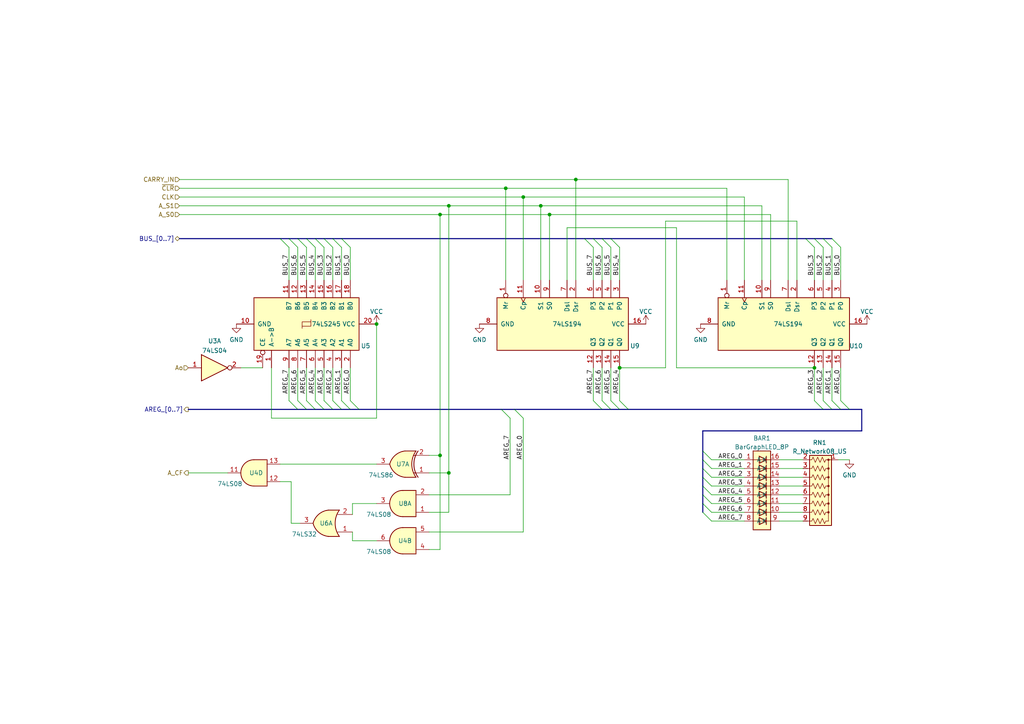
<source format=kicad_sch>
(kicad_sch (version 20211123) (generator eeschema)
  (paper "A4")
  (title_block (title "Advanced Arithmetic Logic Unit - Accumulator/Shifter"))
  (lib_symbols
    (symbol "74xx:74LS04"
      (property "Reference" "U" (at 0 1.27 0))
      (property "Value" "74LS04" (at 0 -1.27 0))
      (symbol "74LS04_1_0"
        (polyline (pts (xy -3.81 3.81) (xy -3.81 -3.81) (xy 3.81 0) (xy -3.81 3.81)) (stroke (width 0.254)) (fill (type background)))
        (pin input line (at -7.62 0 0) (length 3.81) (name "~") (number "1"))
        (pin output inverted (at 7.62 0 180) (length 3.81) (name "~") (number "2"))
      )
      (symbol "74LS04_2_0"
        (polyline (pts (xy -3.81 3.81) (xy -3.81 -3.81) (xy 3.81 0) (xy -3.81 3.81)) (stroke (width 0.254)) (fill (type background)))
        (pin input line (at -7.62 0 0) (length 3.81) (name "~") (number "3"))
        (pin output inverted (at 7.62 0 180) (length 3.81) (name "~") (number "4"))
      )
      (symbol "74LS04_3_0"
        (polyline (pts (xy -3.81 3.81) (xy -3.81 -3.81) (xy 3.81 0) (xy -3.81 3.81)) (stroke (width 0.254)) (fill (type background)))
        (pin input line (at -7.62 0 0) (length 3.81) (name "~") (number "5"))
        (pin output inverted (at 7.62 0 180) (length 3.81) (name "~") (number "6"))
      )
      (symbol "74LS04_4_0"
        (polyline (pts (xy -3.81 3.81) (xy -3.81 -3.81) (xy 3.81 0) (xy -3.81 3.81)) (stroke (width 0.254)) (fill (type background)))
        (pin output inverted (at 7.62 0 180) (length 3.81) (name "~") (number "8"))
        (pin input line (at -7.62 0 0) (length 3.81) (name "~") (number "9"))
      )
      (symbol "74LS04_5_0"
        (polyline (pts (xy -3.81 3.81) (xy -3.81 -3.81) (xy 3.81 0) (xy -3.81 3.81)) (stroke (width 0.254)) (fill (type background)))
        (pin output inverted (at 7.62 0 180) (length 3.81) (name "~") (number "10"))
        (pin input line (at -7.62 0 0) (length 3.81) (name "~") (number "11"))
      )
      (symbol "74LS04_6_0"
        (polyline (pts (xy -3.81 3.81) (xy -3.81 -3.81) (xy 3.81 0) (xy -3.81 3.81)) (stroke (width 0.254)) (fill (type background)))
        (pin output inverted (at 7.62 0 180) (length 3.81) (name "~") (number "12"))
        (pin input line (at -7.62 0 0) (length 3.81) (name "~") (number "13"))
      )
      (symbol "74LS04_7_0"
        (pin power_in line (at 0 12.7 270) (length 5.08) (name "VCC") (number "14"))
        (pin power_in line (at 0 -12.7 90) (length 5.08) (name "GND") (number "7"))
      )
      (symbol "74LS04_7_1"
        (rectangle (start -5.08 7.62) (end 5.08 -7.62) (stroke (width 0.254)) (fill (type background)))
      )
    )
    (symbol "74xx:74LS08" (pin_names (offset 1.016))
      (property "Reference" "U" (at 0 1.27 0))
      (property "Value" "74LS08" (at 0 -1.27 0))
      (symbol "74LS08_1_1"
        (arc (start 0 -3.81) (mid 3.81 0) (end 0 3.81) (stroke (width 0.254)) (fill (type background)))
        (polyline (pts (xy 0 3.81) (xy -3.81 3.81) (xy -3.81 -3.81) (xy 0 -3.81)) (stroke (width 0.254)) (fill (type background)))
        (pin input line (at -7.62 2.54 0) (length 3.81) (name "~") (number "1"))
        (pin input line (at -7.62 -2.54 0) (length 3.81) (name "~") (number "2"))
        (pin output line (at 7.62 0 180) (length 3.81) (name "~") (number "3"))
      )
      (symbol "74LS08_1_2"
        (arc (start -3.81 -3.81) (mid -2.589 0) (end -3.81 3.81) (stroke (width 0.254)))
        (arc (start -0.6096 -3.81) (mid 2.1855 -2.584) (end 3.81 0) (stroke (width 0.254)) (fill (type background)))
        (polyline (pts (xy -3.81 -3.81) (xy -0.635 -3.81)) (stroke (width 0.254)) (fill (type background)))
        (polyline (pts (xy -3.81 3.81) (xy -0.635 3.81)) (stroke (width 0.254)) (fill (type background)))
        (polyline (pts (xy -0.635 3.81) (xy -3.81 3.81) (xy -3.81 3.81) (xy -3.556 3.4036) (xy -3.0226 2.2606) (xy -2.6924 1.0414) (xy -2.6162 -0.254) (xy -2.7686 -1.4986) (xy -3.175 -2.7178) (xy -3.81 -3.81) (xy -3.81 -3.81) (xy -0.635 -3.81)) (stroke (width -25.4)) (fill (type background)))
        (arc (start 3.81 0) (mid 2.1928 2.5925) (end -0.6096 3.81) (stroke (width 0.254)) (fill (type background)))
        (pin input inverted (at -7.62 2.54 0) (length 4.318) (name "~") (number "1"))
        (pin input inverted (at -7.62 -2.54 0) (length 4.318) (name "~") (number "2"))
        (pin output inverted (at 7.62 0 180) (length 3.81) (name "~") (number "3"))
      )
      (symbol "74LS08_2_1"
        (arc (start 0 -3.81) (mid 3.81 0) (end 0 3.81) (stroke (width 0.254)) (fill (type background)))
        (polyline (pts (xy 0 3.81) (xy -3.81 3.81) (xy -3.81 -3.81) (xy 0 -3.81)) (stroke (width 0.254)) (fill (type background)))
        (pin input line (at -7.62 2.54 0) (length 3.81) (name "~") (number "4"))
        (pin input line (at -7.62 -2.54 0) (length 3.81) (name "~") (number "5"))
        (pin output line (at 7.62 0 180) (length 3.81) (name "~") (number "6"))
      )
      (symbol "74LS08_2_2"
        (arc (start -3.81 -3.81) (mid -2.589 0) (end -3.81 3.81) (stroke (width 0.254)))
        (arc (start -0.6096 -3.81) (mid 2.1855 -2.584) (end 3.81 0) (stroke (width 0.254)) (fill (type background)))
        (polyline (pts (xy -3.81 -3.81) (xy -0.635 -3.81)) (stroke (width 0.254)) (fill (type background)))
        (polyline (pts (xy -3.81 3.81) (xy -0.635 3.81)) (stroke (width 0.254)) (fill (type background)))
        (polyline (pts (xy -0.635 3.81) (xy -3.81 3.81) (xy -3.81 3.81) (xy -3.556 3.4036) (xy -3.0226 2.2606) (xy -2.6924 1.0414) (xy -2.6162 -0.254) (xy -2.7686 -1.4986) (xy -3.175 -2.7178) (xy -3.81 -3.81) (xy -3.81 -3.81) (xy -0.635 -3.81)) (stroke (width -25.4)) (fill (type background)))
        (arc (start 3.81 0) (mid 2.1928 2.5925) (end -0.6096 3.81) (stroke (width 0.254)) (fill (type background)))
        (pin input inverted (at -7.62 2.54 0) (length 4.318) (name "~") (number "4"))
        (pin input inverted (at -7.62 -2.54 0) (length 4.318) (name "~") (number "5"))
        (pin output inverted (at 7.62 0 180) (length 3.81) (name "~") (number "6"))
      )
      (symbol "74LS08_3_1"
        (arc (start 0 -3.81) (mid 3.81 0) (end 0 3.81) (stroke (width 0.254)) (fill (type background)))
        (polyline (pts (xy 0 3.81) (xy -3.81 3.81) (xy -3.81 -3.81) (xy 0 -3.81)) (stroke (width 0.254)) (fill (type background)))
        (pin input line (at -7.62 -2.54 0) (length 3.81) (name "~") (number "10"))
        (pin output line (at 7.62 0 180) (length 3.81) (name "~") (number "8"))
        (pin input line (at -7.62 2.54 0) (length 3.81) (name "~") (number "9"))
      )
      (symbol "74LS08_3_2"
        (arc (start -3.81 -3.81) (mid -2.589 0) (end -3.81 3.81) (stroke (width 0.254)))
        (arc (start -0.6096 -3.81) (mid 2.1855 -2.584) (end 3.81 0) (stroke (width 0.254)) (fill (type background)))
        (polyline (pts (xy -3.81 -3.81) (xy -0.635 -3.81)) (stroke (width 0.254)) (fill (type background)))
        (polyline (pts (xy -3.81 3.81) (xy -0.635 3.81)) (stroke (width 0.254)) (fill (type background)))
        (polyline (pts (xy -0.635 3.81) (xy -3.81 3.81) (xy -3.81 3.81) (xy -3.556 3.4036) (xy -3.0226 2.2606) (xy -2.6924 1.0414) (xy -2.6162 -0.254) (xy -2.7686 -1.4986) (xy -3.175 -2.7178) (xy -3.81 -3.81) (xy -3.81 -3.81) (xy -0.635 -3.81)) (stroke (width -25.4)) (fill (type background)))
        (arc (start 3.81 0) (mid 2.1928 2.5925) (end -0.6096 3.81) (stroke (width 0.254)) (fill (type background)))
        (pin input inverted (at -7.62 -2.54 0) (length 4.318) (name "~") (number "10"))
        (pin output inverted (at 7.62 0 180) (length 3.81) (name "~") (number "8"))
        (pin input inverted (at -7.62 2.54 0) (length 4.318) (name "~") (number "9"))
      )
      (symbol "74LS08_4_1"
        (arc (start 0 -3.81) (mid 3.81 0) (end 0 3.81) (stroke (width 0.254)) (fill (type background)))
        (polyline (pts (xy 0 3.81) (xy -3.81 3.81) (xy -3.81 -3.81) (xy 0 -3.81)) (stroke (width 0.254)) (fill (type background)))
        (pin output line (at 7.62 0 180) (length 3.81) (name "~") (number "11"))
        (pin input line (at -7.62 2.54 0) (length 3.81) (name "~") (number "12"))
        (pin input line (at -7.62 -2.54 0) (length 3.81) (name "~") (number "13"))
      )
      (symbol "74LS08_4_2"
        (arc (start -3.81 -3.81) (mid -2.589 0) (end -3.81 3.81) (stroke (width 0.254)))
        (arc (start -0.6096 -3.81) (mid 2.1855 -2.584) (end 3.81 0) (stroke (width 0.254)) (fill (type background)))
        (polyline (pts (xy -3.81 -3.81) (xy -0.635 -3.81)) (stroke (width 0.254)) (fill (type background)))
        (polyline (pts (xy -3.81 3.81) (xy -0.635 3.81)) (stroke (width 0.254)) (fill (type background)))
        (polyline (pts (xy -0.635 3.81) (xy -3.81 3.81) (xy -3.81 3.81) (xy -3.556 3.4036) (xy -3.0226 2.2606) (xy -2.6924 1.0414) (xy -2.6162 -0.254) (xy -2.7686 -1.4986) (xy -3.175 -2.7178) (xy -3.81 -3.81) (xy -3.81 -3.81) (xy -0.635 -3.81)) (stroke (width -25.4)) (fill (type background)))
        (arc (start 3.81 0) (mid 2.1928 2.5925) (end -0.6096 3.81) (stroke (width 0.254)) (fill (type background)))
        (pin output inverted (at 7.62 0 180) (length 3.81) (name "~") (number "11"))
        (pin input inverted (at -7.62 2.54 0) (length 4.318) (name "~") (number "12"))
        (pin input inverted (at -7.62 -2.54 0) (length 4.318) (name "~") (number "13"))
      )
      (symbol "74LS08_5_0"
        (pin power_in line (at 0 12.7 270) (length 5.08) (name "VCC") (number "14"))
        (pin power_in line (at 0 -12.7 90) (length 5.08) (name "GND") (number "7"))
      )
      (symbol "74LS08_5_1"
        (rectangle (start -5.08 7.62) (end 5.08 -7.62) (stroke (width 0.254)) (fill (type background)))
      )
    )
    (symbol "74xx:74LS194" (pin_names (offset 1.016))
      (property "Reference" "U" (at -7.62 19.05 0))
      (property "Value" "74LS194" (at -7.62 -21.59 0))
      (symbol "74LS194_1_0"
        (pin input inverted (at -12.7 -17.78 0) (length 5.08) (name "Mr") (number "1"))
        (pin input line (at -12.7 -7.62 0) (length 5.08) (name "S1") (number "10"))
        (pin input clock (at -12.7 -12.7 0) (length 5.08) (name "Cp") (number "11"))
        (pin output line (at 12.7 7.62 180) (length 5.08) (name "Q3") (number "12"))
        (pin output line (at 12.7 10.16 180) (length 5.08) (name "Q2") (number "13"))
        (pin output line (at 12.7 12.7 180) (length 5.08) (name "Q1") (number "14"))
        (pin output line (at 12.7 15.24 180) (length 5.08) (name "Q0") (number "15"))
        (pin power_in line (at 0 22.86 270) (length 5.08) (name "VCC") (number "16"))
        (pin input line (at -12.7 2.54 0) (length 5.08) (name "Dsr") (number "2"))
        (pin input line (at -12.7 15.24 0) (length 5.08) (name "P0") (number "3"))
        (pin input line (at -12.7 12.7 0) (length 5.08) (name "P1") (number "4"))
        (pin input line (at -12.7 10.16 0) (length 5.08) (name "P2") (number "5"))
        (pin input line (at -12.7 7.62 0) (length 5.08) (name "P3") (number "6"))
        (pin input line (at -12.7 0 0) (length 5.08) (name "Dsl") (number "7"))
        (pin power_in line (at 0 -25.4 90) (length 5.08) (name "GND") (number "8"))
        (pin input line (at -12.7 -5.08 0) (length 5.08) (name "S0") (number "9"))
      )
      (symbol "74LS194_1_1"
        (rectangle (start -7.62 17.78) (end 7.62 -20.32) (stroke (width 0.254)) (fill (type background)))
      )
    )
    (symbol "74xx:74LS245" (pin_names (offset 1.016))
      (property "Reference" "U" (at -7.62 16.51 0))
      (property "Value" "74LS245" (at -7.62 -16.51 0))
      (symbol "74LS245_1_0"
        (polyline (pts (xy -0.635 -1.27) (xy -0.635 1.27) (xy 0.635 1.27)))
        (polyline (pts (xy -1.27 -1.27) (xy 0.635 -1.27) (xy 0.635 1.27) (xy 1.27 1.27)))
        (pin input line (at -12.7 -10.16 0) (length 5.08) (name "A->B") (number "1"))
        (pin power_in line (at 0 -20.32 90) (length 5.08) (name "GND") (number "10"))
        (pin tri_state line (at 12.7 -5.08 180) (length 5.08) (name "B7") (number "11"))
        (pin tri_state line (at 12.7 -2.54 180) (length 5.08) (name "B6") (number "12"))
        (pin tri_state line (at 12.7 0 180) (length 5.08) (name "B5") (number "13"))
        (pin tri_state line (at 12.7 2.54 180) (length 5.08) (name "B4") (number "14"))
        (pin tri_state line (at 12.7 5.08 180) (length 5.08) (name "B3") (number "15"))
        (pin tri_state line (at 12.7 7.62 180) (length 5.08) (name "B2") (number "16"))
        (pin tri_state line (at 12.7 10.16 180) (length 5.08) (name "B1") (number "17"))
        (pin tri_state line (at 12.7 12.7 180) (length 5.08) (name "B0") (number "18"))
        (pin input inverted (at -12.7 -12.7 0) (length 5.08) (name "CE") (number "19"))
        (pin tri_state line (at -12.7 12.7 0) (length 5.08) (name "A0") (number "2"))
        (pin power_in line (at 0 20.32 270) (length 5.08) (name "VCC") (number "20"))
        (pin tri_state line (at -12.7 10.16 0) (length 5.08) (name "A1") (number "3"))
        (pin tri_state line (at -12.7 7.62 0) (length 5.08) (name "A2") (number "4"))
        (pin tri_state line (at -12.7 5.08 0) (length 5.08) (name "A3") (number "5"))
        (pin tri_state line (at -12.7 2.54 0) (length 5.08) (name "A4") (number "6"))
        (pin tri_state line (at -12.7 0 0) (length 5.08) (name "A5") (number "7"))
        (pin tri_state line (at -12.7 -2.54 0) (length 5.08) (name "A6") (number "8"))
        (pin tri_state line (at -12.7 -5.08 0) (length 5.08) (name "A7") (number "9"))
      )
      (symbol "74LS245_1_1"
        (rectangle (start -7.62 15.24) (end 7.62 -15.24) (stroke (width 0.254)) (fill (type background)))
      )
    )
    (symbol "74xx:74LS32" (pin_names (offset 1.016))
      (property "Reference" "U" (at 0 1.27 0))
      (property "Value" "74LS32" (at 0 -1.27 0))
      (symbol "74LS32_1_1"
        (arc (start -3.81 -3.81) (mid -2.589 0) (end -3.81 3.81) (stroke (width 0.254)))
        (arc (start -0.6096 -3.81) (mid 2.1855 -2.584) (end 3.81 0) (stroke (width 0.254)) (fill (type background)))
        (polyline (pts (xy -3.81 -3.81) (xy -0.635 -3.81)) (stroke (width 0.254)) (fill (type background)))
        (polyline (pts (xy -3.81 3.81) (xy -0.635 3.81)) (stroke (width 0.254)) (fill (type background)))
        (polyline (pts (xy -0.635 3.81) (xy -3.81 3.81) (xy -3.81 3.81) (xy -3.556 3.4036) (xy -3.0226 2.2606) (xy -2.6924 1.0414) (xy -2.6162 -0.254) (xy -2.7686 -1.4986) (xy -3.175 -2.7178) (xy -3.81 -3.81) (xy -3.81 -3.81) (xy -0.635 -3.81)) (stroke (width -25.4)) (fill (type background)))
        (arc (start 3.81 0) (mid 2.1928 2.5925) (end -0.6096 3.81) (stroke (width 0.254)) (fill (type background)))
        (pin input line (at -7.62 2.54 0) (length 4.318) (name "~") (number "1"))
        (pin input line (at -7.62 -2.54 0) (length 4.318) (name "~") (number "2"))
        (pin output line (at 7.62 0 180) (length 3.81) (name "~") (number "3"))
      )
      (symbol "74LS32_1_2"
        (arc (start 0 -3.81) (mid 3.81 0) (end 0 3.81) (stroke (width 0.254)) (fill (type background)))
        (polyline (pts (xy 0 3.81) (xy -3.81 3.81) (xy -3.81 -3.81) (xy 0 -3.81)) (stroke (width 0.254)) (fill (type background)))
        (pin input inverted (at -7.62 2.54 0) (length 3.81) (name "~") (number "1"))
        (pin input inverted (at -7.62 -2.54 0) (length 3.81) (name "~") (number "2"))
        (pin output inverted (at 7.62 0 180) (length 3.81) (name "~") (number "3"))
      )
      (symbol "74LS32_2_1"
        (arc (start -3.81 -3.81) (mid -2.589 0) (end -3.81 3.81) (stroke (width 0.254)))
        (arc (start -0.6096 -3.81) (mid 2.1855 -2.584) (end 3.81 0) (stroke (width 0.254)) (fill (type background)))
        (polyline (pts (xy -3.81 -3.81) (xy -0.635 -3.81)) (stroke (width 0.254)) (fill (type background)))
        (polyline (pts (xy -3.81 3.81) (xy -0.635 3.81)) (stroke (width 0.254)) (fill (type background)))
        (polyline (pts (xy -0.635 3.81) (xy -3.81 3.81) (xy -3.81 3.81) (xy -3.556 3.4036) (xy -3.0226 2.2606) (xy -2.6924 1.0414) (xy -2.6162 -0.254) (xy -2.7686 -1.4986) (xy -3.175 -2.7178) (xy -3.81 -3.81) (xy -3.81 -3.81) (xy -0.635 -3.81)) (stroke (width -25.4)) (fill (type background)))
        (arc (start 3.81 0) (mid 2.1928 2.5925) (end -0.6096 3.81) (stroke (width 0.254)) (fill (type background)))
        (pin input line (at -7.62 2.54 0) (length 4.318) (name "~") (number "4"))
        (pin input line (at -7.62 -2.54 0) (length 4.318) (name "~") (number "5"))
        (pin output line (at 7.62 0 180) (length 3.81) (name "~") (number "6"))
      )
      (symbol "74LS32_2_2"
        (arc (start 0 -3.81) (mid 3.81 0) (end 0 3.81) (stroke (width 0.254)) (fill (type background)))
        (polyline (pts (xy 0 3.81) (xy -3.81 3.81) (xy -3.81 -3.81) (xy 0 -3.81)) (stroke (width 0.254)) (fill (type background)))
        (pin input inverted (at -7.62 2.54 0) (length 3.81) (name "~") (number "4"))
        (pin input inverted (at -7.62 -2.54 0) (length 3.81) (name "~") (number "5"))
        (pin output inverted (at 7.62 0 180) (length 3.81) (name "~") (number "6"))
      )
      (symbol "74LS32_3_1"
        (arc (start -3.81 -3.81) (mid -2.589 0) (end -3.81 3.81) (stroke (width 0.254)))
        (arc (start -0.6096 -3.81) (mid 2.1855 -2.584) (end 3.81 0) (stroke (width 0.254)) (fill (type background)))
        (polyline (pts (xy -3.81 -3.81) (xy -0.635 -3.81)) (stroke (width 0.254)) (fill (type background)))
        (polyline (pts (xy -3.81 3.81) (xy -0.635 3.81)) (stroke (width 0.254)) (fill (type background)))
        (polyline (pts (xy -0.635 3.81) (xy -3.81 3.81) (xy -3.81 3.81) (xy -3.556 3.4036) (xy -3.0226 2.2606) (xy -2.6924 1.0414) (xy -2.6162 -0.254) (xy -2.7686 -1.4986) (xy -3.175 -2.7178) (xy -3.81 -3.81) (xy -3.81 -3.81) (xy -0.635 -3.81)) (stroke (width -25.4)) (fill (type background)))
        (arc (start 3.81 0) (mid 2.1928 2.5925) (end -0.6096 3.81) (stroke (width 0.254)) (fill (type background)))
        (pin input line (at -7.62 -2.54 0) (length 4.318) (name "~") (number "10"))
        (pin output line (at 7.62 0 180) (length 3.81) (name "~") (number "8"))
        (pin input line (at -7.62 2.54 0) (length 4.318) (name "~") (number "9"))
      )
      (symbol "74LS32_3_2"
        (arc (start 0 -3.81) (mid 3.81 0) (end 0 3.81) (stroke (width 0.254)) (fill (type background)))
        (polyline (pts (xy 0 3.81) (xy -3.81 3.81) (xy -3.81 -3.81) (xy 0 -3.81)) (stroke (width 0.254)) (fill (type background)))
        (pin input inverted (at -7.62 -2.54 0) (length 3.81) (name "~") (number "10"))
        (pin output inverted (at 7.62 0 180) (length 3.81) (name "~") (number "8"))
        (pin input inverted (at -7.62 2.54 0) (length 3.81) (name "~") (number "9"))
      )
      (symbol "74LS32_4_1"
        (arc (start -3.81 -3.81) (mid -2.589 0) (end -3.81 3.81) (stroke (width 0.254)))
        (arc (start -0.6096 -3.81) (mid 2.1855 -2.584) (end 3.81 0) (stroke (width 0.254)) (fill (type background)))
        (polyline (pts (xy -3.81 -3.81) (xy -0.635 -3.81)) (stroke (width 0.254)) (fill (type background)))
        (polyline (pts (xy -3.81 3.81) (xy -0.635 3.81)) (stroke (width 0.254)) (fill (type background)))
        (polyline (pts (xy -0.635 3.81) (xy -3.81 3.81) (xy -3.81 3.81) (xy -3.556 3.4036) (xy -3.0226 2.2606) (xy -2.6924 1.0414) (xy -2.6162 -0.254) (xy -2.7686 -1.4986) (xy -3.175 -2.7178) (xy -3.81 -3.81) (xy -3.81 -3.81) (xy -0.635 -3.81)) (stroke (width -25.4)) (fill (type background)))
        (arc (start 3.81 0) (mid 2.1928 2.5925) (end -0.6096 3.81) (stroke (width 0.254)) (fill (type background)))
        (pin output line (at 7.62 0 180) (length 3.81) (name "~") (number "11"))
        (pin input line (at -7.62 2.54 0) (length 4.318) (name "~") (number "12"))
        (pin input line (at -7.62 -2.54 0) (length 4.318) (name "~") (number "13"))
      )
      (symbol "74LS32_4_2"
        (arc (start 0 -3.81) (mid 3.81 0) (end 0 3.81) (stroke (width 0.254)) (fill (type background)))
        (polyline (pts (xy 0 3.81) (xy -3.81 3.81) (xy -3.81 -3.81) (xy 0 -3.81)) (stroke (width 0.254)) (fill (type background)))
        (pin output inverted (at 7.62 0 180) (length 3.81) (name "~") (number "11"))
        (pin input inverted (at -7.62 2.54 0) (length 3.81) (name "~") (number "12"))
        (pin input inverted (at -7.62 -2.54 0) (length 3.81) (name "~") (number "13"))
      )
      (symbol "74LS32_5_0"
        (pin power_in line (at 0 12.7 270) (length 5.08) (name "VCC") (number "14"))
        (pin power_in line (at 0 -12.7 90) (length 5.08) (name "GND") (number "7"))
      )
      (symbol "74LS32_5_1"
        (rectangle (start -5.08 7.62) (end 5.08 -7.62) (stroke (width 0.254)) (fill (type background)))
      )
    )
    (symbol "74xx:74LS86" (pin_names (offset 1.016))
      (property "Reference" "U" (at 0 1.27 0))
      (property "Value" "74LS86" (at 0 -1.27 0))
      (symbol "74LS86_1_0"
        (arc (start -4.4196 -3.81) (mid -3.2033 0) (end -4.4196 3.81) (stroke (width 0.254)))
        (arc (start -3.81 -3.81) (mid -2.589 0) (end -3.81 3.81) (stroke (width 0.254)))
        (arc (start -0.6096 -3.81) (mid 2.1855 -2.584) (end 3.81 0) (stroke (width 0.254)) (fill (type background)))
        (polyline (pts (xy -3.81 -3.81) (xy -0.635 -3.81)) (stroke (width 0.254)) (fill (type background)))
        (polyline (pts (xy -3.81 3.81) (xy -0.635 3.81)) (stroke (width 0.254)) (fill (type background)))
        (polyline (pts (xy -0.635 3.81) (xy -3.81 3.81) (xy -3.81 3.81) (xy -3.556 3.4036) (xy -3.0226 2.2606) (xy -2.6924 1.0414) (xy -2.6162 -0.254) (xy -2.7686 -1.4986) (xy -3.175 -2.7178) (xy -3.81 -3.81) (xy -3.81 -3.81) (xy -0.635 -3.81)) (stroke (width -25.4)) (fill (type background)))
        (arc (start 3.81 0) (mid 2.1928 2.5925) (end -0.6096 3.81) (stroke (width 0.254)) (fill (type background)))
        (pin input line (at -7.62 2.54 0) (length 4.445) (name "~") (number "1"))
        (pin input line (at -7.62 -2.54 0) (length 4.445) (name "~") (number "2"))
        (pin output line (at 7.62 0 180) (length 3.81) (name "~") (number "3"))
      )
      (symbol "74LS86_1_1"
        (polyline (pts (xy -3.81 -2.54) (xy -3.175 -2.54)) (stroke (width 0.1524)))
        (polyline (pts (xy -3.81 2.54) (xy -3.175 2.54)) (stroke (width 0.1524)))
      )
      (symbol "74LS86_2_0"
        (arc (start -4.4196 -3.81) (mid -3.2033 0) (end -4.4196 3.81) (stroke (width 0.254)))
        (arc (start -3.81 -3.81) (mid -2.589 0) (end -3.81 3.81) (stroke (width 0.254)))
        (arc (start -0.6096 -3.81) (mid 2.1855 -2.584) (end 3.81 0) (stroke (width 0.254)) (fill (type background)))
        (polyline (pts (xy -3.81 -3.81) (xy -0.635 -3.81)) (stroke (width 0.254)) (fill (type background)))
        (polyline (pts (xy -3.81 3.81) (xy -0.635 3.81)) (stroke (width 0.254)) (fill (type background)))
        (polyline (pts (xy -0.635 3.81) (xy -3.81 3.81) (xy -3.81 3.81) (xy -3.556 3.4036) (xy -3.0226 2.2606) (xy -2.6924 1.0414) (xy -2.6162 -0.254) (xy -2.7686 -1.4986) (xy -3.175 -2.7178) (xy -3.81 -3.81) (xy -3.81 -3.81) (xy -0.635 -3.81)) (stroke (width -25.4)) (fill (type background)))
        (arc (start 3.81 0) (mid 2.1928 2.5925) (end -0.6096 3.81) (stroke (width 0.254)) (fill (type background)))
        (pin input line (at -7.62 2.54 0) (length 4.445) (name "~") (number "4"))
        (pin input line (at -7.62 -2.54 0) (length 4.445) (name "~") (number "5"))
        (pin output line (at 7.62 0 180) (length 3.81) (name "~") (number "6"))
      )
      (symbol "74LS86_2_1"
        (polyline (pts (xy -3.81 -2.54) (xy -3.175 -2.54)) (stroke (width 0.1524)))
        (polyline (pts (xy -3.81 2.54) (xy -3.175 2.54)) (stroke (width 0.1524)))
      )
      (symbol "74LS86_3_0"
        (arc (start -4.4196 -3.81) (mid -3.2033 0) (end -4.4196 3.81) (stroke (width 0.254)))
        (arc (start -3.81 -3.81) (mid -2.589 0) (end -3.81 3.81) (stroke (width 0.254)))
        (arc (start -0.6096 -3.81) (mid 2.1855 -2.584) (end 3.81 0) (stroke (width 0.254)) (fill (type background)))
        (polyline (pts (xy -3.81 -3.81) (xy -0.635 -3.81)) (stroke (width 0.254)) (fill (type background)))
        (polyline (pts (xy -3.81 3.81) (xy -0.635 3.81)) (stroke (width 0.254)) (fill (type background)))
        (polyline (pts (xy -0.635 3.81) (xy -3.81 3.81) (xy -3.81 3.81) (xy -3.556 3.4036) (xy -3.0226 2.2606) (xy -2.6924 1.0414) (xy -2.6162 -0.254) (xy -2.7686 -1.4986) (xy -3.175 -2.7178) (xy -3.81 -3.81) (xy -3.81 -3.81) (xy -0.635 -3.81)) (stroke (width -25.4)) (fill (type background)))
        (arc (start 3.81 0) (mid 2.1928 2.5925) (end -0.6096 3.81) (stroke (width 0.254)) (fill (type background)))
        (pin input line (at -7.62 -2.54 0) (length 4.445) (name "~") (number "10"))
        (pin output line (at 7.62 0 180) (length 3.81) (name "~") (number "8"))
        (pin input line (at -7.62 2.54 0) (length 4.445) (name "~") (number "9"))
      )
      (symbol "74LS86_3_1"
        (polyline (pts (xy -3.81 -2.54) (xy -3.175 -2.54)) (stroke (width 0.1524)))
        (polyline (pts (xy -3.81 2.54) (xy -3.175 2.54)) (stroke (width 0.1524)))
      )
      (symbol "74LS86_4_0"
        (arc (start -4.4196 -3.81) (mid -3.2033 0) (end -4.4196 3.81) (stroke (width 0.254)))
        (arc (start -3.81 -3.81) (mid -2.589 0) (end -3.81 3.81) (stroke (width 0.254)))
        (arc (start -0.6096 -3.81) (mid 2.1855 -2.584) (end 3.81 0) (stroke (width 0.254)) (fill (type background)))
        (polyline (pts (xy -3.81 -3.81) (xy -0.635 -3.81)) (stroke (width 0.254)) (fill (type background)))
        (polyline (pts (xy -3.81 3.81) (xy -0.635 3.81)) (stroke (width 0.254)) (fill (type background)))
        (polyline (pts (xy -0.635 3.81) (xy -3.81 3.81) (xy -3.81 3.81) (xy -3.556 3.4036) (xy -3.0226 2.2606) (xy -2.6924 1.0414) (xy -2.6162 -0.254) (xy -2.7686 -1.4986) (xy -3.175 -2.7178) (xy -3.81 -3.81) (xy -3.81 -3.81) (xy -0.635 -3.81)) (stroke (width -25.4)) (fill (type background)))
        (arc (start 3.81 0) (mid 2.1928 2.5925) (end -0.6096 3.81) (stroke (width 0.254)) (fill (type background)))
        (pin output line (at 7.62 0 180) (length 3.81) (name "~") (number "11"))
        (pin input line (at -7.62 2.54 0) (length 4.445) (name "~") (number "12"))
        (pin input line (at -7.62 -2.54 0) (length 4.445) (name "~") (number "13"))
      )
      (symbol "74LS86_4_1"
        (polyline (pts (xy -3.81 -2.54) (xy -3.175 -2.54)) (stroke (width 0.1524)))
        (polyline (pts (xy -3.81 2.54) (xy -3.175 2.54)) (stroke (width 0.1524)))
      )
      (symbol "74LS86_5_0"
        (pin power_in line (at 0 12.7 270) (length 5.08) (name "VCC") (number "14"))
        (pin power_in line (at 0 -12.7 90) (length 5.08) (name "GND") (number "7"))
      )
      (symbol "74LS86_5_1"
        (rectangle (start -5.08 7.62) (end 5.08 -7.62) (stroke (width 0.254)) (fill (type background)))
      )
    )
    (symbol "Device:R_Network08_US" (pin_names (offset 0) hide)
      (property "Reference" "RN" (at -12.7 0 90))
      (property "Value" "R_Network08_US" (at 10.16 0 90))
      (symbol "R_Network08_US_0_1"
        (rectangle (start -11.43 -3.175) (end 8.89 3.175) (stroke (width 0.254)) (fill (type background)))
        (circle (center -10.16 2.286) (radius 0.254) (fill (type outline)))
        (circle (center -7.62 2.286) (radius 0.254) (fill (type outline)))
        (circle (center -5.08 2.286) (radius 0.254) (fill (type outline)))
        (circle (center -2.54 2.286) (radius 0.254) (fill (type outline)))
        (polyline (pts (xy -10.16 2.286) (xy 7.62 2.286)))
        (polyline (pts (xy -10.16 2.286) (xy -10.16 1.524) (xy -9.398 1.1684) (xy -10.922 0.508) (xy -9.398 -0.1524) (xy -10.922 -0.8382) (xy -9.398 -1.524) (xy -10.922 -2.1844) (xy -10.16 -2.54) (xy -10.16 -3.81)))
        (polyline (pts (xy -7.62 2.286) (xy -7.62 1.524) (xy -6.858 1.1684) (xy -8.382 0.508) (xy -6.858 -0.1524) (xy -8.382 -0.8382) (xy -6.858 -1.524) (xy -8.382 -2.1844) (xy -7.62 -2.54) (xy -7.62 -3.81)))
        (polyline (pts (xy -5.08 2.286) (xy -5.08 1.524) (xy -4.318 1.1684) (xy -5.842 0.508) (xy -4.318 -0.1524) (xy -5.842 -0.8382) (xy -4.318 -1.524) (xy -5.842 -2.1844) (xy -5.08 -2.54) (xy -5.08 -3.81)))
        (polyline (pts (xy -2.54 2.286) (xy -2.54 1.524) (xy -1.778 1.1684) (xy -3.302 0.508) (xy -1.778 -0.1524) (xy -3.302 -0.8382) (xy -1.778 -1.524) (xy -3.302 -2.1844) (xy -2.54 -2.54) (xy -2.54 -3.81)))
        (polyline (pts (xy 0 2.286) (xy 0 1.524) (xy 0.762 1.1684) (xy -0.762 0.508) (xy 0.762 -0.1524) (xy -0.762 -0.8382) (xy 0.762 -1.524) (xy -0.762 -2.1844) (xy 0 -2.54) (xy 0 -3.81)))
        (polyline (pts (xy 2.54 2.286) (xy 2.54 1.524) (xy 3.302 1.1684) (xy 1.778 0.508) (xy 3.302 -0.1524) (xy 1.778 -0.8382) (xy 3.302 -1.524) (xy 1.778 -2.1844) (xy 2.54 -2.54) (xy 2.54 -3.81)))
        (polyline (pts (xy 5.08 2.286) (xy 5.08 1.524) (xy 5.842 1.1684) (xy 4.318 0.508) (xy 5.842 -0.1524) (xy 4.318 -0.8382) (xy 5.842 -1.524) (xy 4.318 -2.1844) (xy 5.08 -2.54) (xy 5.08 -3.81)))
        (polyline (pts (xy 7.62 2.286) (xy 7.62 1.524) (xy 8.382 1.1684) (xy 6.858 0.508) (xy 8.382 -0.1524) (xy 6.858 -0.8382) (xy 8.382 -1.524) (xy 6.858 -2.1844) (xy 7.62 -2.54) (xy 7.62 -3.81)))
        (circle (center 0 2.286) (radius 0.254) (fill (type outline)))
        (circle (center 2.54 2.286) (radius 0.254) (fill (type outline)))
        (circle (center 5.08 2.286) (radius 0.254) (fill (type outline)))
      )
      (symbol "R_Network08_US_1_1"
        (pin passive line (at -10.16 5.08 270) (length 2.54) (name "common") (number "1"))
        (pin passive line (at -10.16 -5.08 90) (length 1.27) (name "R1") (number "2"))
        (pin passive line (at -7.62 -5.08 90) (length 1.27) (name "R2") (number "3"))
        (pin passive line (at -5.08 -5.08 90) (length 1.27) (name "R3") (number "4"))
        (pin passive line (at -2.54 -5.08 90) (length 1.27) (name "R4") (number "5"))
        (pin passive line (at 0 -5.08 90) (length 1.27) (name "R5") (number "6"))
        (pin passive line (at 2.54 -5.08 90) (length 1.27) (name "R6") (number "7"))
        (pin passive line (at 5.08 -5.08 90) (length 1.27) (name "R7") (number "8"))
        (pin passive line (at 7.62 -5.08 90) (length 1.27) (name "R8") (number "9"))
      )
    )
    (symbol "common-symbols:BarGraphLED_8P" (pin_names (offset 1.016))
      (property "Reference" "BAR" (at 0 13.97 0))
      (property "Value" "BarGraphLED_8P" (at 0 -12.065 0))
      (symbol "BarGraphLED_8P_1_1"
        (rectangle (start -2.54 12.7) (end 2.54 -10.16) (stroke (width 0.254)) (fill (type background)))
        (polyline (pts (xy -2.54 -7.62) (xy 2.54 -7.62)))
        (polyline (pts (xy -2.54 -5.08) (xy 2.54 -5.08)))
        (polyline (pts (xy -2.54 0) (xy 2.54 0)))
        (polyline (pts (xy -2.54 5.08) (xy 2.54 5.08)))
        (polyline (pts (xy -2.54 7.62) (xy 2.54 7.62)))
        (polyline (pts (xy -2.54 10.16) (xy 2.54 10.16)))
        (polyline (pts (xy 1.27 -6.604) (xy 1.27 -8.636)) (stroke (width 0.254)))
        (polyline (pts (xy 1.27 -4.064) (xy 1.27 -6.096)) (stroke (width 0.254)))
        (polyline (pts (xy 1.27 -1.524) (xy 1.27 -3.556)) (stroke (width 0.254)))
        (polyline (pts (xy 1.27 1.016) (xy 1.27 -1.016)) (stroke (width 0.254)))
        (polyline (pts (xy 1.27 3.556) (xy 1.27 1.524)) (stroke (width 0.254)))
        (polyline (pts (xy 1.27 6.096) (xy 1.27 4.064)) (stroke (width 0.254)))
        (polyline (pts (xy 1.27 8.636) (xy 1.27 6.604)) (stroke (width 0.254)))
        (polyline (pts (xy 1.27 11.176) (xy 1.27 9.144)) (stroke (width 0.254)))
        (polyline (pts (xy 2.54 -2.54) (xy -2.54 -2.54)))
        (polyline (pts (xy 2.54 2.54) (xy -2.54 2.54)))
        (polyline (pts (xy -0.762 -6.604) (xy -0.762 -8.636) (xy 1.27 -7.62) (xy -0.762 -6.604)) (stroke (width 0.254)))
        (polyline (pts (xy -0.762 -4.064) (xy -0.762 -6.096) (xy 1.27 -5.08) (xy -0.762 -4.064)) (stroke (width 0.254)))
        (polyline (pts (xy -0.762 -1.524) (xy -0.762 -3.556) (xy 1.27 -2.54) (xy -0.762 -1.524)) (stroke (width 0.254)))
        (polyline (pts (xy -0.762 1.016) (xy -0.762 -1.016) (xy 1.27 0) (xy -0.762 1.016)) (stroke (width 0.254)))
        (polyline (pts (xy -0.762 3.556) (xy -0.762 1.524) (xy 1.27 2.54) (xy -0.762 3.556)) (stroke (width 0.254)))
        (polyline (pts (xy -0.762 6.096) (xy -0.762 4.064) (xy 1.27 5.08) (xy -0.762 6.096)) (stroke (width 0.254)))
        (polyline (pts (xy -0.762 8.636) (xy -0.762 6.604) (xy 1.27 7.62) (xy -0.762 8.636)) (stroke (width 0.254)))
        (polyline (pts (xy -0.762 11.176) (xy -0.762 9.144) (xy 1.27 10.16) (xy -0.762 11.176)) (stroke (width 0.254)))
        (pin passive line (at -5.08 10.16 0) (length 2.54) (name "A") (number "1"))
        (pin passive line (at 5.08 -5.08 180) (length 2.54) (name "K") (number "10"))
        (pin passive line (at 5.08 -2.54 180) (length 2.54) (name "K") (number "11"))
        (pin passive line (at 5.08 0 180) (length 2.54) (name "K") (number "12"))
        (pin passive line (at 5.08 2.54 180) (length 2.54) (name "K") (number "13"))
        (pin passive line (at 5.08 5.08 180) (length 2.54) (name "K") (number "14"))
        (pin passive line (at 5.08 7.62 180) (length 2.54) (name "K") (number "15"))
        (pin passive line (at 5.08 10.16 180) (length 2.54) (name "K") (number "16"))
        (pin passive line (at -5.08 7.62 0) (length 2.54) (name "A") (number "2"))
        (pin passive line (at -5.08 5.08 0) (length 2.54) (name "A") (number "3"))
        (pin passive line (at -5.08 2.54 0) (length 2.54) (name "A") (number "4"))
        (pin passive line (at -5.08 0 0) (length 2.54) (name "A") (number "5"))
        (pin passive line (at -5.08 -2.54 0) (length 2.54) (name "A") (number "6"))
        (pin passive line (at -5.08 -5.08 0) (length 2.54) (name "A") (number "7"))
        (pin passive line (at -5.08 -7.62 0) (length 2.54) (name "A") (number "8"))
        (pin passive line (at 5.08 -7.62 180) (length 2.54) (name "K") (number "9"))
      )
    )
    (symbol "power:GND" (power) (pin_names (offset 0))
      (property "Value" "GND" (at 0 -3.81 0))
      (symbol "GND_0_1"
        (polyline (pts (xy 0 0) (xy 0 -1.27) (xy 1.27 -1.27) (xy 0 -2.54) (xy -1.27 -1.27) (xy 0 -1.27)))
      )
      (symbol "GND_1_1"
        (pin power_in line (at 0 0 270) (length 0) hide (name "GND") (number "1"))
      )
    )
    (symbol "power:VCC" (power) (pin_names (offset 0))
      (property "Value" "VCC" (at 0 3.81 0))
      (symbol "VCC_0_1"
        (polyline (pts (xy -0.762 1.27) (xy 0 2.54)))
        (polyline (pts (xy 0 0) (xy 0 2.54)))
        (polyline (pts (xy 0 2.54) (xy 0.762 1.27)))
      )
      (symbol "VCC_1_1"
        (pin power_in line (at 0 0 90) (length 0) hide (name "VCC") (number "1"))
      )
    )
  )
  (junction (at 179.7246 106.68))
  (junction (at 146.685 54.61))
  (junction (at 130.175 137.16))
  (junction (at 179.705 106.68))
  (junction (at 159.385 62.23))
  (junction (at 127.635 132.08))
  (junction (at 151.765 57.15))
  (junction (at 127.635 62.23))
  (junction (at 109.22 93.98))
  (junction (at 167.005 52.07))
  (junction (at 236.22 106.68))
  (junction (at 130.175 59.69))
  (junction (at 156.845 59.69))
  (bus_entry (at 86.36 69.215) (size 2.54 2.54))
  (bus_entry (at 81.28 69.215) (size 2.54 2.54))
  (bus_entry (at 83.82 69.215) (size 2.54 2.54))
  (bus_entry (at 99.06 69.215) (size 2.54 2.54))
  (bus_entry (at 96.52 69.215) (size 2.54 2.54))
  (bus_entry (at 88.9 69.215) (size 2.54 2.54))
  (bus_entry (at 91.44 69.215) (size 2.54 2.54))
  (bus_entry (at 93.98 69.215) (size 2.54 2.54))
  (bus_entry (at 83.82 116.205) (size 2.54 2.54))
  (bus_entry (at 177.165 69.215) (size 2.54 2.54))
  (bus_entry (at 206.375 148.59) (size -2.54 -2.54))
  (bus_entry (at 238.76 69.215) (size 2.54 2.54))
  (bus_entry (at 174.625 69.215) (size 2.54 2.54))
  (bus_entry (at 206.375 146.05) (size -2.54 -2.54))
  (bus_entry (at 233.68 69.215) (size 2.54 2.54))
  (bus_entry (at 241.3 69.215) (size 2.54 2.54))
  (bus_entry (at 88.9 116.205) (size 2.54 2.54))
  (bus_entry (at 86.36 116.205) (size 2.54 2.54))
  (bus_entry (at 206.375 143.51) (size -2.54 -2.54))
  (bus_entry (at 206.375 140.97) (size -2.54 -2.54))
  (bus_entry (at 101.6 116.205) (size 2.54 2.54))
  (bus_entry (at 169.545 69.215) (size 2.54 2.54))
  (bus_entry (at 236.22 69.215) (size 2.54 2.54))
  (bus_entry (at 206.375 151.13) (size -2.54 -2.54))
  (bus_entry (at 96.52 116.205) (size 2.54 2.54))
  (bus_entry (at 179.705 116.205) (size 2.54 2.54))
  (bus_entry (at 174.625 116.205) (size 2.54 2.54))
  (bus_entry (at 172.085 116.205) (size 2.54 2.54))
  (bus_entry (at 177.165 116.205) (size 2.54 2.54))
  (bus_entry (at 243.84 116.205) (size 2.54 2.54))
  (bus_entry (at 241.3 116.205) (size 2.54 2.54))
  (bus_entry (at 238.76 116.205) (size 2.54 2.54))
  (bus_entry (at 236.22 116.205) (size 2.54 2.54))
  (bus_entry (at 93.98 116.205) (size 2.54 2.54))
  (bus_entry (at 145.415 118.745) (size 2.54 2.54))
  (bus_entry (at 149.225 118.745) (size 2.54 2.54))
  (bus_entry (at 206.375 133.35) (size -2.54 -2.54))
  (bus_entry (at 91.44 116.205) (size 2.54 2.54))
  (bus_entry (at 172.085 69.215) (size 2.54 2.54))
  (bus_entry (at 99.06 116.205) (size 2.54 2.54))
  (bus_entry (at 206.375 135.89) (size -2.54 -2.54))
  (bus_entry (at 206.375 138.43) (size -2.54 -2.54))
  (wire (pts (xy 81.28 134.62) (xy 109.22 134.62)))
  (bus (pts (xy 145.415 118.745) (xy 149.225 118.745)))
  (bus (pts (xy 203.835 133.35) (xy 203.835 130.81)))
  (wire (pts (xy 177.165 106.68) (xy 177.165 116.205)))
  (wire (pts (xy 151.765 57.15) (xy 215.9 57.15)))
  (bus (pts (xy 104.14 118.745) (xy 145.415 118.745)))
  (wire (pts (xy 156.845 59.69) (xy 156.845 81.28)))
  (wire (pts (xy 147.955 121.285) (xy 147.955 143.51)))
  (wire (pts (xy 226.06 143.51) (xy 232.918 143.51)))
  (wire (pts (xy 86.36 71.755) (xy 86.36 81.28)))
  (wire (pts (xy 215.9 151.13) (xy 206.375 151.13)))
  (bus (pts (xy 93.98 69.215) (xy 96.52 69.215)))
  (wire (pts (xy 215.9 143.51) (xy 206.375 143.51)))
  (wire (pts (xy 130.175 59.69) (xy 130.175 137.16)))
  (wire (pts (xy 243.84 71.755) (xy 243.84 81.28)))
  (wire (pts (xy 101.6 106.68) (xy 101.6 116.205)))
  (bus (pts (xy 236.22 69.215) (xy 238.76 69.215)))
  (wire (pts (xy 151.765 121.285) (xy 151.765 154.305)))
  (bus (pts (xy 203.835 124.968) (xy 203.835 130.81)))
  (wire (pts (xy 164.465 66.04) (xy 164.465 81.28)))
  (bus (pts (xy 91.44 118.745) (xy 93.98 118.745)))
  (wire (pts (xy 215.9 135.89) (xy 206.375 135.89)))
  (wire (pts (xy 86.36 106.68) (xy 86.36 116.205)))
  (bus (pts (xy 233.68 69.215) (xy 236.22 69.215)))
  (wire (pts (xy 215.9 138.43) (xy 206.375 138.43)))
  (bus (pts (xy 203.835 140.97) (xy 203.835 138.43)))
  (wire (pts (xy 172.085 71.755) (xy 172.085 81.28)))
  (bus (pts (xy 101.6 118.745) (xy 104.14 118.745)))
  (bus (pts (xy 52.07 69.215) (xy 81.28 69.215)))
  (wire (pts (xy 124.46 132.08) (xy 127.635 132.08)))
  (wire (pts (xy 96.52 71.755) (xy 96.52 81.28)))
  (wire (pts (xy 226.06 148.59) (xy 232.918 148.59)))
  (bus (pts (xy 86.36 69.215) (xy 88.9 69.215)))
  (wire (pts (xy 102.235 154.305) (xy 102.235 156.845)))
  (wire (pts (xy 226.06 146.05) (xy 232.918 146.05)))
  (bus (pts (xy 91.44 69.215) (xy 93.98 69.215)))
  (wire (pts (xy 228.6 81.28) (xy 228.6 52.07)))
  (wire (pts (xy 99.06 71.755) (xy 99.06 81.28)))
  (wire (pts (xy 243.84 106.68) (xy 243.84 116.205)))
  (wire (pts (xy 236.22 71.755) (xy 236.22 81.28)))
  (bus (pts (xy 238.76 118.745) (xy 241.3 118.745)))
  (wire (pts (xy 177.165 71.755) (xy 177.165 81.28)))
  (bus (pts (xy 169.545 69.215) (xy 172.085 69.215)))
  (wire (pts (xy 193.04 106.68) (xy 193.04 64.135)))
  (wire (pts (xy 86.995 151.765) (xy 84.455 151.765)))
  (bus (pts (xy 249.936 124.968) (xy 203.835 124.968)))
  (wire (pts (xy 226.06 151.13) (xy 232.918 151.13)))
  (wire (pts (xy 52.07 54.61) (xy 146.685 54.61)))
  (wire (pts (xy 241.3 106.68) (xy 241.3 116.205)))
  (bus (pts (xy 96.52 69.215) (xy 99.06 69.215)))
  (bus (pts (xy 182.245 118.745) (xy 238.76 118.745)))
  (bus (pts (xy 54.61 118.745) (xy 86.36 118.745)))
  (bus (pts (xy 238.76 69.215) (xy 241.3 69.215)))
  (wire (pts (xy 179.7246 106.68) (xy 193.04 106.68)))
  (wire (pts (xy 215.9 148.59) (xy 206.375 148.59)))
  (bus (pts (xy 172.085 69.215) (xy 174.625 69.215)))
  (wire (pts (xy 93.98 106.68) (xy 93.98 116.205)))
  (wire (pts (xy 243.078 133.35) (xy 246.38 133.35)))
  (bus (pts (xy 174.625 118.745) (xy 177.165 118.745)))
  (wire (pts (xy 83.82 71.755) (xy 83.82 81.28)))
  (wire (pts (xy 226.06 133.35) (xy 232.918 133.35)))
  (wire (pts (xy 109.22 121.285) (xy 109.22 93.98)))
  (wire (pts (xy 147.955 143.51) (xy 124.46 143.51)))
  (wire (pts (xy 78.74 121.285) (xy 109.22 121.285)))
  (wire (pts (xy 156.845 59.69) (xy 220.98 59.69)))
  (wire (pts (xy 130.175 148.59) (xy 130.175 137.16)))
  (wire (pts (xy 241.3 71.755) (xy 241.3 81.28)))
  (bus (pts (xy 88.9 69.215) (xy 91.44 69.215)))
  (wire (pts (xy 238.76 71.755) (xy 238.76 81.28)))
  (wire (pts (xy 127.635 62.23) (xy 159.385 62.23)))
  (bus (pts (xy 203.835 143.51) (xy 203.835 140.97)))
  (wire (pts (xy 236.22 106.68) (xy 236.22 116.205)))
  (wire (pts (xy 159.385 62.23) (xy 223.52 62.23)))
  (wire (pts (xy 215.9 146.05) (xy 206.375 146.05)))
  (wire (pts (xy 127.635 159.385) (xy 124.46 159.385)))
  (wire (pts (xy 210.82 81.28) (xy 210.82 54.61)))
  (wire (pts (xy 99.06 106.68) (xy 99.06 116.205)))
  (wire (pts (xy 167.005 52.07) (xy 228.6 52.07)))
  (wire (pts (xy 193.04 64.135) (xy 231.14 64.135)))
  (bus (pts (xy 96.52 118.745) (xy 99.06 118.745)))
  (wire (pts (xy 93.98 71.755) (xy 93.98 81.28)))
  (wire (pts (xy 174.625 71.755) (xy 174.625 81.28)))
  (wire (pts (xy 231.14 64.135) (xy 231.14 81.28)))
  (wire (pts (xy 88.9 106.68) (xy 88.9 116.205)))
  (wire (pts (xy 146.685 54.61) (xy 210.82 54.61)))
  (wire (pts (xy 215.9 133.35) (xy 206.375 133.35)))
  (wire (pts (xy 238.76 106.68) (xy 238.76 116.205)))
  (wire (pts (xy 226.06 140.97) (xy 232.918 140.97)))
  (bus (pts (xy 81.28 69.215) (xy 83.82 69.215)))
  (wire (pts (xy 78.74 106.68) (xy 78.74 121.285)))
  (wire (pts (xy 124.46 154.305) (xy 151.765 154.305)))
  (wire (pts (xy 54.61 137.16) (xy 66.04 137.16)))
  (wire (pts (xy 102.235 156.845) (xy 109.22 156.845)))
  (wire (pts (xy 226.06 138.43) (xy 232.918 138.43)))
  (wire (pts (xy 179.705 71.755) (xy 179.705 81.28)))
  (wire (pts (xy 220.98 81.28) (xy 220.98 59.69)))
  (wire (pts (xy 127.635 132.08) (xy 127.635 159.385)))
  (wire (pts (xy 179.705 106.68) (xy 179.7246 106.68)))
  (wire (pts (xy 83.82 106.68) (xy 83.82 116.205)))
  (bus (pts (xy 93.98 118.745) (xy 96.52 118.745)))
  (bus (pts (xy 86.36 118.745) (xy 88.9 118.745)))
  (wire (pts (xy 91.44 106.68) (xy 91.44 116.205)))
  (wire (pts (xy 84.455 151.765) (xy 84.455 139.7)))
  (wire (pts (xy 172.085 106.68) (xy 172.085 116.205)))
  (bus (pts (xy 243.84 118.745) (xy 246.38 118.745)))
  (wire (pts (xy 96.52 106.68) (xy 96.52 116.205)))
  (bus (pts (xy 177.165 69.215) (xy 233.68 69.215)))
  (bus (pts (xy 203.835 135.89) (xy 203.835 133.35)))
  (wire (pts (xy 196.215 106.68) (xy 236.22 106.68)))
  (wire (pts (xy 124.46 148.59) (xy 130.175 148.59)))
  (bus (pts (xy 203.835 148.59) (xy 203.835 146.05)))
  (wire (pts (xy 52.07 59.69) (xy 130.175 59.69)))
  (wire (pts (xy 91.44 71.755) (xy 91.44 81.28)))
  (wire (pts (xy 52.07 52.07) (xy 167.005 52.07)))
  (wire (pts (xy 174.625 106.68) (xy 174.625 116.205)))
  (wire (pts (xy 215.9 140.97) (xy 206.375 140.97)))
  (wire (pts (xy 196.215 66.04) (xy 164.465 66.04)))
  (bus (pts (xy 241.3 118.745) (xy 243.84 118.745)))
  (bus (pts (xy 174.625 69.215) (xy 177.165 69.215)))
  (wire (pts (xy 167.005 52.07) (xy 167.005 81.28)))
  (wire (pts (xy 223.52 81.28) (xy 223.52 62.23)))
  (wire (pts (xy 84.455 139.7) (xy 81.28 139.7)))
  (bus (pts (xy 203.835 146.05) (xy 203.835 143.51)))
  (wire (pts (xy 196.215 106.68) (xy 196.215 66.04)))
  (wire (pts (xy 146.685 54.61) (xy 146.685 81.28)))
  (wire (pts (xy 124.46 137.16) (xy 130.175 137.16)))
  (bus (pts (xy 99.06 69.215) (xy 169.545 69.215)))
  (wire (pts (xy 52.07 57.15) (xy 151.765 57.15)))
  (wire (pts (xy 101.6 71.755) (xy 101.6 81.28)))
  (bus (pts (xy 99.06 118.745) (xy 101.6 118.745)))
  (wire (pts (xy 127.635 62.23) (xy 127.635 132.08)))
  (bus (pts (xy 177.165 118.745) (xy 179.705 118.745)))
  (bus (pts (xy 249.936 118.745) (xy 249.936 124.968)))
  (bus (pts (xy 83.82 69.215) (xy 86.36 69.215)))
  (wire (pts (xy 226.06 135.89) (xy 232.918 135.89)))
  (wire (pts (xy 159.385 62.23) (xy 159.385 81.28)))
  (wire (pts (xy 102.235 146.05) (xy 109.22 146.05)))
  (bus (pts (xy 88.9 118.745) (xy 91.44 118.745)))
  (bus (pts (xy 246.38 118.745) (xy 249.936 118.745)))
  (wire (pts (xy 130.175 59.69) (xy 156.845 59.69)))
  (wire (pts (xy 102.235 149.225) (xy 102.235 146.05)))
  (bus (pts (xy 179.705 118.745) (xy 182.245 118.745)))
  (wire (pts (xy 88.9 71.755) (xy 88.9 81.28)))
  (wire (pts (xy 52.07 62.23) (xy 127.635 62.23)))
  (wire (pts (xy 179.705 106.68) (xy 179.705 116.205)))
  (wire (pts (xy 151.765 57.15) (xy 151.765 81.28)))
  (bus (pts (xy 149.225 118.745) (xy 174.625 118.745)))
  (wire (pts (xy 215.9 81.28) (xy 215.9 57.15)))
  (bus (pts (xy 203.835 138.43) (xy 203.835 135.89)))
  (wire (pts (xy 69.85 106.68) (xy 76.2 106.68)))
  (label "BUS_5" (at 177.165 80.01 90))
  (label "AREG_2" (at 208.28 138.43 0))
  (label "AREG_1" (at 241.3 114.3 90))
  (label "AREG_6" (at 208.28 148.59 0))
  (label "AREG_2" (at 96.52 114.3 90))
  (label "BUS_7" (at 83.82 80.01 90))
  (label "BUS_1" (at 99.06 80.01 90))
  (label "BUS_6" (at 174.625 80.01 90))
  (label "AREG_3" (at 208.28 140.97 0))
  (label "BUS_3" (at 236.22 80.01 90))
  (label "AREG_6" (at 174.625 114.3 90))
  (label "AREG_1" (at 208.28 135.89 0))
  (label "BUS_7" (at 172.085 80.01 90))
  (label "AREG_3" (at 93.98 114.3 90))
  (label "AREG_6" (at 86.36 114.3 90))
  (label "AREG_5" (at 88.9 114.3 90))
  (label "BUS_3" (at 93.98 80.01 90))
  (label "AREG_7" (at 147.955 133.35 90))
  (label "AREG_0" (at 101.6 114.3 90))
  (label "AREG_7" (at 83.82 114.3 90))
  (label "BUS_2" (at 96.52 80.01 90))
  (label "BUS_6" (at 86.36 80.01 90))
  (label "AREG_7" (at 172.085 114.3 90))
  (label "BUS_0" (at 101.6 80.01 90))
  (label "BUS_2" (at 238.76 80.01 90))
  (label "AREG_4" (at 208.28 143.51 0))
  (label "AREG_4" (at 179.705 114.3 90))
  (label "BUS_4" (at 91.44 80.01 90))
  (label "AREG_2" (at 238.76 114.3 90))
  (label "BUS_4" (at 179.705 80.01 90))
  (label "BUS_0" (at 243.84 80.01 90))
  (label "AREG_1" (at 99.06 114.3 90))
  (label "AREG_7" (at 208.28 151.13 0))
  (label "AREG_0" (at 151.765 133.35 90))
  (label "AREG_0" (at 243.84 114.3 90))
  (label "AREG_0" (at 208.28 133.35 0))
  (label "AREG_5" (at 177.165 114.3 90))
  (label "AREG_3" (at 236.22 114.3 90))
  (label "AREG_5" (at 208.28 146.05 0))
  (label "BUS_5" (at 88.9 80.01 90))
  (label "AREG_4" (at 91.44 114.3 90))
  (label "BUS_1" (at 241.3 80.01 90))
  (hierarchical_label "A_S0" (shape input) (at 52.07 62.23 180))
  (hierarchical_label "BUS_[0..7]" (shape bidirectional) (at 52.07 69.215 180))
  (hierarchical_label "CLK" (shape input) (at 52.07 57.15 180))
  (hierarchical_label "CARRY_IN" (shape input) (at 52.07 52.07 180))
  (hierarchical_label "AREG_[0..7]" (shape output) (at 54.61 118.745 180))
  (hierarchical_label "Ao" (shape input) (at 54.61 106.68 180))
  (hierarchical_label "A_S1" (shape input) (at 52.07 59.69 180))
  (hierarchical_label "~{CLR}" (shape input) (at 52.07 54.61 180))
  (hierarchical_label "A_CF" (shape output) (at 54.61 137.16 180))
  (symbol (lib_id "common-symbols:BarGraphLED_8P") (at 220.98 143.51 0) (unit 1)
    (property "Reference" "BAR1" (at 220.98 127.1102 0))
    (property "Value" "BarGraphLED_8P" (at 220.98 129.6471 0))
  )
  (symbol (lib_id "74xx:74LS08") (at 116.84 146.05 180) (unit 1)
    (property "Reference" "U8" (at 117.475 146.05 0))
    (property "Value" "74LS08" (at 109.855 149.225 0))
    (property "Datasheet" "http://www.ti.com/lit/gpn/sn74LS08" (effects hide))
  )
  (symbol (lib_id "power:VCC") (at 109.22 93.98 0) (unit 1)
    (property "Reference" "#PWR04" (effects hide))
    (property "Value" "VCC" (at 109.22 90.3755 0))
  )
  (symbol (lib_id "Device:R_Network08_US") (at 237.998 143.51 270) (unit 1)
    (property "Reference" "RN1" (at 237.744 128.3802 90))
    (property "Value" "R_Network08_US" (at 237.744 130.9171 90))
    (property "Footprint" "Resistor_THT:R_Array_SIP9" (effects hide))
    (property "Datasheet" "http://www.vishay.com/docs/31509/csc.pdf" (effects hide))
  )
  (symbol (lib_id "power:GND") (at 139.065 93.98 0) (unit 1)
    (property "Reference" "#PWR05" (effects hide))
    (property "Value" "GND" (at 139.065 98.5425 0))
  )
  (symbol (lib_id "power:VCC") (at 251.46 93.98 0) (unit 1)
    (property "Reference" "#PWR09" (effects hide))
    (property "Value" "VCC" (at 251.46 90.3755 0))
  )
  (symbol (lib_id "power:VCC") (at 187.325 93.98 0) (unit 1)
    (property "Reference" "#PWR06" (effects hide))
    (property "Value" "VCC" (at 187.325 90.3755 0))
  )
  (symbol (lib_id "74xx:74LS245") (at 88.9 93.98 270) (mirror x) (unit 1)
    (property "Reference" "U5" (at 106.045 100.33 90))
    (property "Value" "74LS245" (at 94.615 93.98 90))
    (property "Datasheet" "http://www.ti.com/lit/gpn/sn74LS245" (effects hide))
  )
  (symbol (lib_id "74xx:74LS04") (at 62.23 106.68 0) (unit 1)
    (property "Reference" "U3" (at 62.23 98.9035 0))
    (property "Value" "74LS04" (at 62.23 101.6786 0))
    (property "Datasheet" "http://www.ti.com/lit/gpn/sn74LS04" (effects hide))
  )
  (symbol (lib_id "power:GND") (at 68.58 93.98 0) (unit 1)
    (property "Reference" "#PWR03" (effects hide))
    (property "Value" "GND" (at 68.58 98.5425 0))
  )
  (symbol (lib_id "74xx:74LS194") (at 164.465 93.98 270) (unit 1)
    (property "Reference" "U9" (at 184.15 100.33 90))
    (property "Value" "74LS194" (at 164.465 93.98 90))
    (property "Datasheet" "http://www.ti.com/lit/gpn/sn74LS194" (effects hide))
  )
  (symbol (lib_id "74xx:74LS194") (at 228.6 93.98 270) (unit 1)
    (property "Reference" "U10" (at 248.285 100.33 90))
    (property "Value" "74LS194" (at 228.6 93.98 90))
    (property "Datasheet" "http://www.ti.com/lit/gpn/sn74LS194" (effects hide))
  )
  (symbol (lib_id "74xx:74LS86") (at 116.84 134.62 180) (unit 1)
    (property "Reference" "U7" (at 116.84 134.62 0))
    (property "Value" "74LS86" (at 110.49 137.795 0))
    (property "Datasheet" "74xx/74ls86.pdf" (effects hide))
  )
  (symbol (lib_id "74xx:74LS08") (at 116.84 156.845 180) (unit 2)
    (property "Reference" "U4" (at 117.475 156.845 0))
    (property "Value" "74LS08" (at 109.855 160.02 0))
    (property "Datasheet" "http://www.ti.com/lit/gpn/sn74LS08" (effects hide))
  )
  (symbol (lib_id "power:GND") (at 246.38 133.35 0) (unit 1)
    (property "Reference" "#PWR08" (effects hide))
    (property "Value" "GND" (at 246.38 137.7934 0))
  )
  (symbol (lib_id "74xx:74LS08") (at 73.66 137.16 180) (unit 4)
    (property "Reference" "U4" (at 74.295 137.16 0))
    (property "Value" "74LS08" (at 66.675 140.335 0))
    (property "Datasheet" "http://www.ti.com/lit/gpn/sn74LS08" (effects hide))
  )
  (symbol (lib_id "power:GND") (at 203.2 93.98 0) (unit 1)
    (property "Reference" "#PWR07" (effects hide))
    (property "Value" "GND" (at 203.2 98.5425 0))
  )
  (symbol (lib_id "74xx:74LS32") (at 94.615 151.765 180) (unit 1)
    (property "Reference" "U6" (at 94.615 151.765 0))
    (property "Value" "74LS32" (at 88.265 154.94 0))
    (property "Datasheet" "http://www.ti.com/lit/gpn/sn74LS32" (effects hide))
  )
)
</source>
